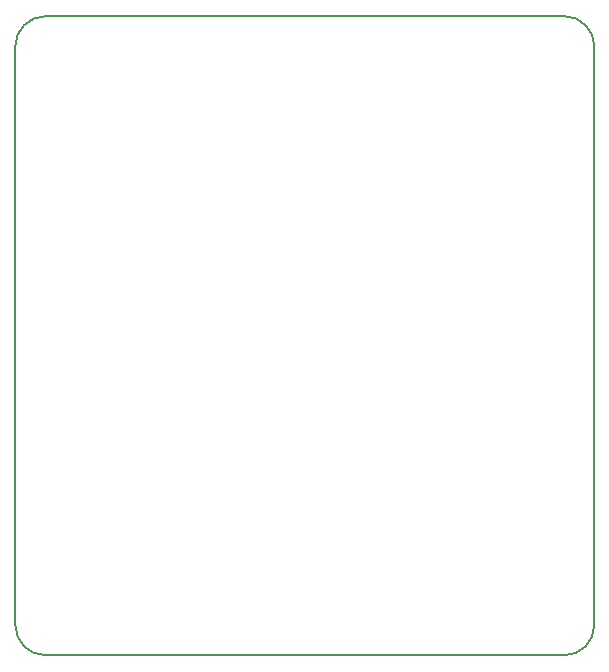
<source format=gbr>
%TF.GenerationSoftware,KiCad,Pcbnew,8.0.0*%
%TF.CreationDate,2024-03-05T00:42:56-08:00*%
%TF.ProjectId,DSS-SSR4E,4453532d-5353-4523-9445-2e6b69636164,rev?*%
%TF.SameCoordinates,Original*%
%TF.FileFunction,Profile,NP*%
%FSLAX46Y46*%
G04 Gerber Fmt 4.6, Leading zero omitted, Abs format (unit mm)*
G04 Created by KiCad (PCBNEW 8.0.0) date 2024-03-05 00:42:56*
%MOMM*%
%LPD*%
G01*
G04 APERTURE LIST*
%TA.AperFunction,Profile*%
%ADD10C,0.127000*%
%TD*%
G04 APERTURE END LIST*
D10*
X200000000Y-126562000D02*
X200000000Y-77540000D01*
X202540000Y-129102000D02*
G75*
G02*
X200000000Y-126562000I0J2540000D01*
G01*
X249022000Y-77540000D02*
X249022000Y-126562000D01*
X246482000Y-75000000D02*
X202540000Y-75000000D01*
X200000000Y-77540000D02*
G75*
G02*
X202540000Y-75000000I2540000J0D01*
G01*
X202540000Y-129102000D02*
X246482000Y-129102000D01*
X249022000Y-126562000D02*
G75*
G02*
X246482000Y-129102000I-2540000J0D01*
G01*
X246482000Y-75000000D02*
G75*
G02*
X249022000Y-77540000I0J-2540000D01*
G01*
M02*

</source>
